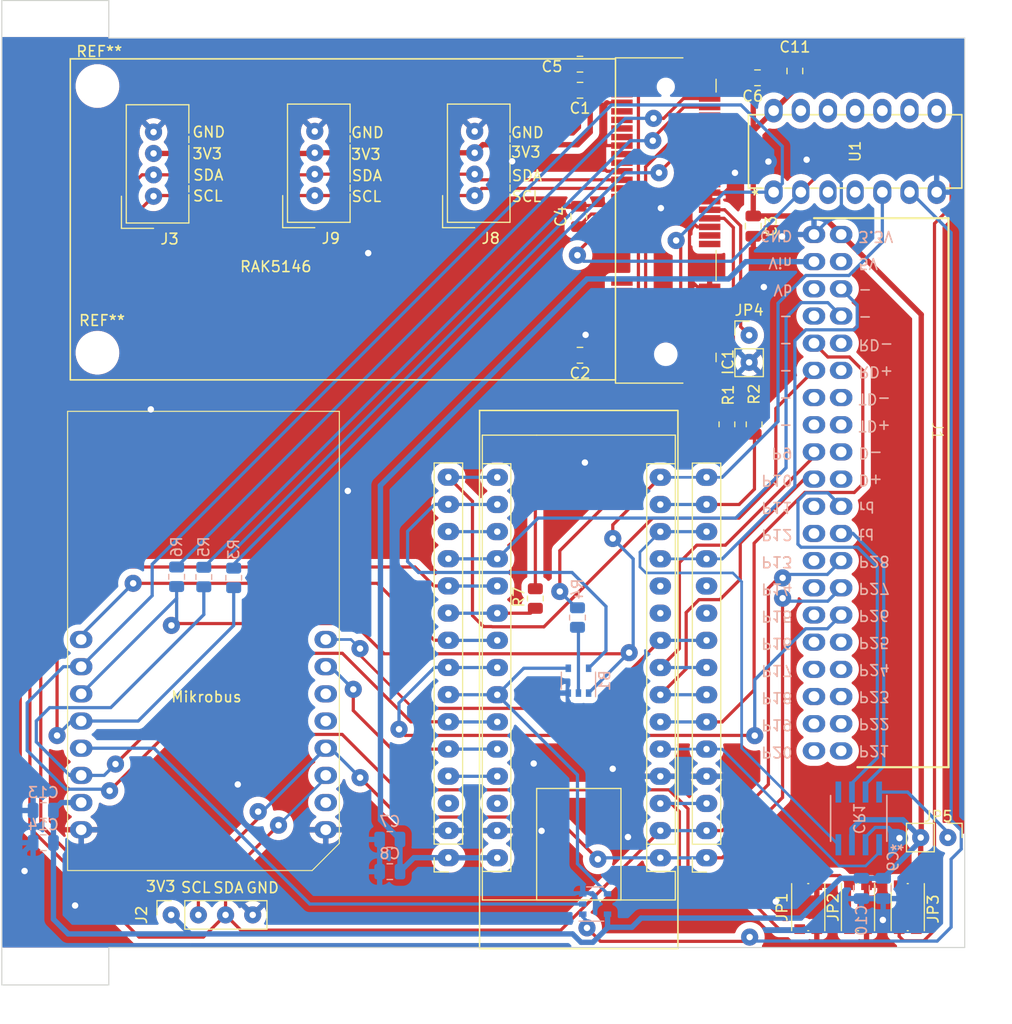
<source format=kicad_pcb>
(kicad_pcb (version 20221018) (generator pcbnew)
  (layers (0 "F.Cu" power) (31 "B.Cu" power) (34 "B.Paste" user) (35 "F.Paste" user) (36 "B.SilkS" user "B.Silkscreen") (37 "F.SilkS" user "F.Silkscreen") (38 "B.Mask" user) (39 "F.Mask" user) (44 "Edge.Cuts" user))
  (net 0 "")
  (net 1 "+3V3")
  (net 2 "GND")
  (net 3 "/Vin")
  (net 12 "Net-(IC1-REFCLK+)")
  (net 19 "/HOST_SCK")
  (net 21 "/HOST_MISO")
  (net 25 "/PWM_ROUE{slash}MAG-X")
  (net 27 "/SENS_ROUE{slash}MAG-X")
  (net 28 "/PWM_MAG-Y")
  (net 30 "/SENS_MAG-Y")
  (net 36 "/RX_CALC")
  (net 38 "/TX_CALC")
  (net 41 "/CAN_RD")
  (net 43 "/CAN_TD")
  (net 45 "/SDA")
  (net 47 "/SCL")
  (net 49 "/RESET_SIGNAL")
  (net 60 "/MCU_NRESET")
  (net 61 "/L432KC_RESET")
  (net 62 "/CAN1_TX")
  (net 63 "/CS_MCU")
  (net 66 "/CAN1_RX")
  (net 68 "Net-(B2-OE)")
  (net 69 "Net-(IC1-PERn0)")
  (net 70 "Net-(CR1-ASC)")
  (net 71 "Net-(J6-Pin_4)")
  (net 72 "/MKB_MISO")
  (net 73 "/GPIO(6)")
  (net 74 "/AREF")
  (net 78 "/STANDBY_GPS")
  (net 79 "/TH1")
  (net 82 "/SX1303_RESET")
  (net 83 "Net-(IC1-RESERVED1)")
  (net 86 "Net-(IC1-RESERVED2)")
  (net 87 "Net-(IC1-RESERVED3)")
  (net 88 "Net-(IC1-RESERVED4)")
  (net 89 "/AN")
  (net 90 "/MCU_MOSI")
  (net 92 "/MISO")
  (net 93 "/PWM_MKR")
  (net 94 "/INT_MKR")
  (net 100 "/3.3V")
  (footprint "Button_Switch_SMD:SW_Push_1P1T_NO_CK_KMR2" (layer "F.Cu") (at 148.425 127.78 90)
    (fp_text reference "JP3")
    (fp_text value "Jumper_SX1303_Reset_Open")
  )
  (footprint "Button_Switch_SMD:SW_Push_1P1T_NO_CK_KMR2" (layer "F.Cu") (at 143.775 127.78 90)
    (fp_text reference "JP2")
    (fp_text value "Jumper_MCU_Reset_Open")
  )
  (footprint "Connector_PCBEdge:BUS_PCI_Express_Mini" (layer "F.Cu") (at 125.81 63.605 90)
    (fp_text reference "IC1")
    (fp_text value "PCI_EXPRESS_CARD")
  )
  (footprint "Connector_PinHeader_2.54mm:PinHeader_1x02_P2.54mm_Vertical" (layer "F.Cu") (at 152.175 121.275 -90)
    (fp_text reference "JP5")
    (fp_text value "speed_controller")
  )
  (footprint "MountingHole:MountingHole_3.5mm" (layer "F.Cu") (at 72.865 52.31)
    (fp_text reference "REF**")
    (fp_text value "MountingHole_3.5mm")
  )
  (footprint "Connector:NS-Tech_Grove_1x04_P2mm_Vertical" (layer "F.Cu") (at 77.9315 61.34 180)
    (fp_text reference "J3")
    (fp_text value "I2C_Grove")
  )
  (footprint "Capacitor_SMD:C_0805_2012Metric" (layer "F.Cu") (at 117.795 51.435 180)
    (fp_text reference "C1")
    (fp_text value "10u")
  )
  (footprint "Conn_mikro:MIkrobus_Connector" (layer "F.Cu") (at 94.027 111.655)
    (fp_text reference "J5" hide)
    (fp_text value "Conn_01x08")
  )
  (footprint "Connector_PinSocket_2.54mm:PinSocket_1x15_P2.54mm_Vertical" (layer "F.Cu") (at 105.489999 123.156052 180)
    (fp_text reference "J6" hide)
    (fp_text value "Conn_01x15")
  )
  (footprint "Connector_PinSocket_2.54mm:PinSocket_1x15_P2.54mm_Vertical" (layer "F.Cu") (at 129.62 123.168 180)
    (fp_text reference "J7" hide)
    (fp_text value "Conn_01x15")
  )
  (footprint "Capacitor_SMD:C_0805_2012Metric" (layer "F.Cu") (at 137.875 49.635 90)
    (fp_text reference "C11")
    (fp_text value "100n")
  )
  (footprint "Resistor_SMD:R_0805_2012Metric" (layer "F.Cu") (at 113.618 98.9345 -90)
    (fp_text reference "R7")
    (fp_text value "0")
  )
  (footprint "Connector_PinHeader_2.54mm:PinHeader_1x02_P2.54mm_Vertical" (layer "F.Cu") (at 133.6 74.325)
    (fp_text reference "JP4")
    (fp_text value "Jumper_STANDBY_GPS_Open")
  )
  (footprint "Resistor_SMD:R_0805_2012Metric" (layer "F.Cu") (at 131.525 82.655 90)
    (fp_text reference "R1")
    (fp_text value "0")
  )
  (footprint "Capacitor_SMD:C_0805_2012Metric" (layer "F.Cu") (at 133.985 64.135 -90)
    (fp_text reference "C3")
    (fp_text value "100n")
  )
  (footprint "Connector:NS-Tech_Grove_1x04_P2mm_Vertical" (layer "F.Cu") (at 107.95 61.277 180)
    (fp_text reference "J8")
    (fp_text value "I2C_Grove")
  )
  (footprint "Capacitor_SMD:C_0805_2012Metric" (layer "F.Cu") (at 117.675 63.225 90)
    (fp_text reference "C4")
    (fp_text value "100n")
  )
  (footprint "MountingHole:MountingHole_3.5mm" (layer "F.Cu") (at 73.119 77.456)
    (fp_text reference "REF**")
    (fp_text value "MountingHole_3.5mm")
  )
  (footprint "Capacitor_SMD:C_0805_2012Metric" (layer "F.Cu") (at 117.79 76.2 180)
    (fp_text reference "C2")
    (fp_text value "100n")
  )
  (footprint "Capacitor_SMD:C_0805_2012Metric" (layer "F.Cu") (at 134.38 50.27)
    (fp_text reference "C6")
    (fp_text value "100n")
  )
  (footprint "ul_SN74HC04N:N14" (layer "F.Cu") (at 135.89 60.96 90)
    (fp_text reference "U1")
    (fp_text value "7404")
  )
  (footprint "Module:Arduino_Nano" (layer "F.Cu") (at 125.3 123.168 180)
    (fp_text reference "L432KC1" hide)
    (fp_text value "MCU")
  )
  (footprint "Connector:NS-Tech_Grove_1x04_P2mm_Vertical" (layer "F.Cu") (at 93.0025 61.277 180)
    (fp_text reference "J9")
    (fp_text value "I2C_Grove")
  )
  (footprint "Resistor_SMD:R_0805_2012Metric" (layer "F.Cu") (at 134.065 82.655 90)
    (fp_text reference "R2")
    (fp_text value "0")
  )
  (footprint "Conn_mikro:MIkrobus_Connector" (layer "F.Cu") (at 71.167 111.655)
    (fp_text reference "J4" hide)
    (fp_text value "Conn_01x08")
  )
  (footprint "Button_Switch_SMD:SW_Push_1P1T_NO_CK_KMR2" (layer "F.Cu") (at 139.125 127.78 90)
    (fp_text reference "JP1")
    (fp_text value "Jumper_RESET_L432KC_Open")
  )
  (footprint "Connector_PinSocket_2.54mm:PinSocket_1x04_P2.54mm_Vertical" (layer "F.Cu") (at 79.582 128.502 90)
    (fp_text reference "J2")
    (fp_text value "I2C_Grove")
  )
  (footprint "Capacitor_SMD:C_0805_2012Metric" (layer "F.Cu") (at 117.79 49 180)
    (fp_text reference "C5")
    (fp_text value "100n")
  )
  (footprint "flatsat_conn:flatsat_conn" (layer "F.Cu") (at 152.48 89.05)
    (fp_text reference "J1")
    (fp_text value "Bus Standard")
  )
  (footprint "Package_SO:TSOP-5_1.65x3.05mm_P0.95mm" (layer "B.Cu") (at 119.206 127.486)
    (fp_text reference "B2" hide)
    (fp_text value "SN74AHC1G125DBVT")
  )
  (footprint "Capacitor_SMD:C_0805_2012Metric" (layer "B.Cu") (at 146.13 126.028 -90)
    (fp_text reference "C9")
    (fp_text value "10u")
  )
  (footprint "Resistor_SMD:R_0805_2012Metric" (layer "B.Cu") (at 117.555 100.7125 90)
    (fp_text reference "R4")
    (fp_text value "100")
  )
  (footprint "Resistor_SMD:R_0805_2012Metric" (layer "B.Cu") (at 80.09 96.9025 90)
    (fp_text reference "R6")
    (fp_text value "100")
  )
  (footprint "Package_SO:TSOP-5_1.65x3.05mm_P0.95mm" (layer "B.Cu") (at 117.646936 106.610418 90)
    (fp_text reference "B1")
    (fp_text value "SN74AHC1G125DBVT")
  )
  (footprint "Capacitor_SMD:C_0805_2012Metric" (layer "B.Cu") (at 144.098 126.028 -90)
    (fp_text reference "C10")
    (fp_text value "100n")
  )
  (footprint "Capacitor_SMD:C_0805_2012Metric" (layer "B.Cu") (at 100.015 124.46 180)
    (fp_text reference "C8")
    (fp_text value "100n")
  )
  (footprint "footprints:SO-8_STM" (layer "B.Cu") (at 143.844 119.485 90)
    (fp_text reference "CR1")
    (fp_text value "L9616")
  )
  (footprint "Capacitor_SMD:C_0805_2012Metric" (layer "B.Cu") (at 100.015 121.45 180)
    (fp_text reference "C7")
    (fp_text value "10u")
  )
  (footprint "Resistor_SMD:R_0805_2012Metric" (layer "B.Cu") (at 82.63 96.926 90)
    (fp_text reference "R5")
    (fp_text value "100")
  )
  (footprint "Capacitor_SMD:C_0805_2012Metric" (layer "B.Cu") (at 67.625 121.755 180)
    (fp_text reference "C14")
    (fp_text value "100n")
  )
  (footprint "Capacitor_SMD:C_0805_2012Metric" (layer "B.Cu") (at 67.625 118.745 180)
    (fp_text reference "C13")
    (fp_text value "10u")
  )
  (footprint "Resistor_SMD:R_0805_2012Metric" (layer "B.Cu") (at 85.424 97.006 90)
    (fp_text reference "R3")
    (fp_text value "100")
  )
  (gr_line (start 69.897 124.355) (end 92.757 124.355) (stroke (width 0.1)) (layer "F.SilkS"))
  (gr_line (start 69.897 124.342) (end 69.897 81.442) (stroke (width 0.1)) (layer "F.SilkS"))
  (gr_rect (start 108.404015 81.359626) (end 126.944015 131.649626) (stroke (width 0.15)) (fill none) (layer "F.SilkS"))
  (gr_line (start 69.897 81.442) (end 95.297 81.442) (stroke (width 0.1)) (layer "F.SilkS"))
  (gr_line (start 95.297 121.815) (end 92.757 124.355) (stroke (width 0.1)) (layer "F.SilkS"))
  (gr_rect (start 70.149248 48.501538) (end 121.109248 78.501538) (stroke (width 0.15)) (fill none) (layer "F.SilkS"))
  (gr_line (start 95.297 121.815) (end 95.297 81.442) (stroke (width 0.1)) (layer "F.SilkS"))
  (gr_line (start 73.75 43.05) (end 73.75 46.55) (stroke (width 0.1)) (layer "Edge.Cuts"))
  (gr_line (start 63.75 43.05) (end 73.75 43.05) (stroke (width 0.1)) (layer "Edge.Cuts"))
  (gr_line (start 73.75 131.55) (end 153.75 131.55) (stroke (width 0.1)) (layer "Edge.Cuts"))
  (gr_line (start 73.75 46.55) (end 153.75 46.55) (stroke (width 0.1)) (layer "Edge.Cuts"))
  (gr_line (start 63.75 135.05) (end 73.75 135.05) (stroke (width 0.1)) (layer "Edge.Cuts"))
  (gr_line (start 153.75 131.55) (end 153.75 46.55) (stroke (width 0.1)) (layer "Edge.Cuts"))
  (gr_line (start 63.75 135.05) (end 63.75 43.05) (stroke (width 0.1)) (layer "Edge.Cuts"))
  (gr_line (start 73.75 131.55) (end 73.75 135.05) (stroke (width 0.1)) (layer "Edge.Cuts"))
  (gr_text "RAK5146\n" (at 89.361 67.923) (layer "F.SilkS") (effects (font (size 1 1))))
  (gr_text "Mikrobus\n" (at 82.875 108.125) (layer "F.SilkS") (effects (font (size 1 1))))
  (gr_text "GND" (at 111.25 55.977) (layer "F.SilkS") (effects (font (size 1 1)) (justify left bottom)))
  (gr_text "SCL\n" (at 80.4 126.525) (layer "F.SilkS") (effects (font (size 1 1)) (justify left bottom)))
  (gr_text "SDA\n" (at 83.425 126.55) (layer "F.SilkS") (effects (font (size 1 1)) (justify left bottom)))
  (gr_text "GND" (at 96.3025 55.977) (layer "F.SilkS") (effects (font (size 1 1)) (justify left bottom)))
  (gr_text "SCL\n" (at 96.3525 61.952) (layer "F.SilkS") (effects (font (size 1 1)) (justify left bottom)))
  (gr_text "GND\n" (at 86.5 126.55) (layer "F.SilkS") (effects (font (size 1 1)) (justify left bottom)))
  (gr_text "SCL\n" (at 111.3 61.952) (layer "F.SilkS") (effects (font (size 1 1)) (justify left bottom)))
  (gr_text "SDA" (at 96.3775 60.002) (layer "F.SilkS") (effects (font (size 1 1)) (justify left bottom)))
  (gr_text "SDA" (at 81.55 59.95) (layer "F.SilkS") (effects (font (size 1 1)) (justify left bottom)))
  (gr_text "3V3" (at 81.475 57.95) (layer "F.SilkS") (effects (font (size 1 1)) (justify left bottom)))
  (gr_text "GND" (at 81.475 55.925) (layer "F.SilkS") (effects (font (size 1 1)) (justify left bottom)))
  (gr_text "3V3" (at 111.25 57.8) (layer "F.SilkS") (effects (font (size 1 1)) (justify left bottom)))
  (gr_text "SDA" (at 111.325 60.002) (layer "F.SilkS") (effects (font (size 1 1)) (justify left bottom)))
  (gr_text "3V3" (at 96.3025 58.002) (layer "F.SilkS") (effects (font (size 1 1)) (justify left bottom)))
  (gr_text "3V3\n" (at 77.125 126.425) (layer "F.SilkS") (effects (font (size 1 1)) (justify left bottom)))
  (gr_text "SCL\n" (at 81.525 61.9) (layer "F.SilkS") (effects (font (size 1 1)) (justify left bottom)))
  (segment (start 133.84 57.005) (end 133.985 57.15) (width 0.3) (layer "F.Cu") (net 1))
  (segment (start 149.635 125.32) (end 149.225 125.73) (width 0.5) (layer "F.Cu") (net 1))
  (segment (start 118.74 51.43) (end 118.745 51.435) (width 0.5) (layer "F.Cu") (net 1))
  (segment (start 118.745 55.35) (end 118.745 51.435) (width 0.5) (layer "F.Cu") (net 1))
  (segment (start 118.74 49) (end 118.74 51.43) (width 0.5) (layer "F.Cu") (net 1))
  (segment (start 119.065 51.755) (end 121.71 51.755) (width 0.5) (layer "F.Cu") (net 1))
  (segment (start 133.985 55.245) (end 133.985 50.825) (width 0.5) (layer "F.Cu") (net 1))
  (segment (start 118.745 51.435) (end 119.065 51.755) (width 0.5) (layer "F.Cu") (net 1))
  (segment (start 133.985 55.88) (end 133.985 55.245) (width 0.5) (layer "F.Cu") (net 1))
  (segment (start 123.25 51.945) (end 123.25 63.605) (width 0.3) (layer "F.Cu") (net 1))
  (segment (start 149.225 125.73) (end 149.225 129.83) (width 0.5) (layer "F.Cu") (net 1))
  (segment (start 129.91 56.205) (end 133.66 56.205) (width 0.3) (layer "F.Cu") (net 1))
  (segment (start 140.475067 63.185) (end 133.985 63.185) (width 0.5) (layer "F.Cu") (net 1))
  (segment (start 123.11 63.005) (end 123.25 63.145) (width 0.3) (layer "F.Cu") (net 1))
  (segment (start 149.686 121.224) (end 149.635 121.275) (width 0.5) (layer "F.Cu") (net 1))
  (segment (start 142.202718 64.912651) (end 149.686 72.395933) (width 0.5) (layer "F.Cu") (net 1))
  (segment (start 133.66 56.205) (end 133.985 55.88) (width 0.3) (layer "F.Cu") (net 1))
  (segment (start 119.885 75.055) (end 121.71 75.055) (width 0.3) (layer "F.Cu") (net 1))
  (segment (start 118.74 76.2) (end 119.885 75.055) (width 0.3) (layer "F.Cu") (net 1))
  (segment (start 93.0025 57.277) (end 107.95 57.277) (width 0.5) (layer "F.Cu") (net 1))
  (segment (start 121.71 51.805) (end 123.11 51.805) (width 0.3) (layer "F.Cu") (net 1))
  (segment (start 142.202718 64.912651) (end 140.475067 63.185) (width 0.5) (layer "F.Cu") (net 1))
  (segment (start 118.74 49) (end 125.784619 49) (width 0.5) (layer "F.Cu") (net 1))
  (segment (start 125.784619 49) (end 127.781289 50.99667) (width 0.5) (layer "F.Cu") (net 1))
  (segment (start 77.9315 57.34) (end 92.9395 57.34) (width 0.5) (layer "F.Cu") (net 1))
  (segment (start 137.875 51.355) (end 135.89 53.34) (width 0.5) (layer "F.Cu") (net 1))
  (segment (start 121.71 63.005) (end 123.11 63.005) (width 0.3) (layer "F.Cu") (net 1))
  (segment (start 118.845 63.005) (end 117.675 64.175) (width 0.3) (layer "F.Cu") (net 1))
  (segment (start 149.635 121.275) (end 149.635 125.32) (width 0.5) (layer "F.Cu") (net 1))
  (segment (start 129.91 57.005) (end 133.84 57.005) (width 0.3) (layer "F.Cu") (net 1))
  (segment (start 137.875 50.585) (end 137.875 51.355) (width 0.5) (layer "F.Cu") (net 1))
  (segment (start 117.57 56.525) (end 118.745 55.35) (width 0.5) (layer "F.Cu") (net 1))
  (segment (start 121.68 75.035) (end 121.71 75.005) (width 0.5) (layer "F.Cu") (net 1))
  (segment (start 149.686 72.395933) (end 149.686 121.224) (width 0.5) (layer "F.Cu") (net 1))
  (segment (start 123.25 63.605) (end 123.25 74.865) (width 0.3) (layer "F.Cu") (net 1))
  (segment (start 133.985 63.185) (end 133.985 57.15) (width 0.5) (layer "F.Cu") (net 1))
  (segment (start 107.95 57.277) (end 108.702 56.525) (width 0.5) (layer "F.Cu") (net 1))
  (segment (start 121.71 63.005) (end 118.845 63.005) (width 0.3) (layer "F.Cu") (net 1))
  (segment (start 123.25 63.145) (end 123.25 63.605) (width 0.3) (layer "F.Cu") (net 1))
  (segment (start 133.985 55.245) (end 135.89 53.34) (width 0.5) (layer "F.Cu") (net 1))
  (segment (start 123.11 75.005) (end 121.71 75.005) (width 0.3) (layer "F.Cu") (net 1))
  (segment (start 127.781289 50.99667) (end 132.70333 50.99667) (width 0.5) (layer "F.Cu") (net 1))
  (segment (start 108.702 56.525) (end 117.57 56.525) (width 0.5) (layer "F.Cu") (net 1))
  (segment (start 123.11 51.805) (end 123.25 51.945) (width 0.3) (layer "F.Cu") (net 1))
  (segment (start 133.985 50.825) (end 133.43 50.27) (width 0.5) (layer "F.Cu") (net 1))
  (segment (start 133.985 57.15) (end 133.985 55.88) (width 0.5) (layer "F.Cu") (net 1))
  (segment (start 132.70333 50.99667) (end 133.43 50.27) (width 0.5) (layer "F.Cu") (net 1))
  (segment (start 123.25 74.865) (end 123.11 75.005) (width 0.3) (layer "F.Cu") (net 1))
  (segment (start 92.9395 57.34) (end 93.0025 57.277) (width 0.5) (layer "F.Cu") (net 1))
  (segment (start 143.209 121.9488) (end 143.209 120.463801) (width 0.5) (layer "B.Cu") (net 1))
  (segment (start 81.36 130.28) (end 69.955 130.28) (width 0.5) (layer "B.Cu") (net 1))
  (segment (start 69.315 118.005) (end 68.575 118.745) (width 0.5) (layer "B.Cu") (net 1))
  (segment (start 144.098 125.078) (end 142.147 125.078) (width 0.5) (layer "B.Cu") (net 1))
  (segment (start 117.100311 130.28) (end 81.36 130.28) (width 0.5) (layer "B.Cu") (net 1))
  (segment (start 119.003189 131.0645) (end 120.258845 129.808845) (width 0.5) (layer "B.Cu") (net 1))
  (segment (start 120.366 129.701689) (end 120.366 129.645) (width 0.5) (layer "B.Cu") (net 1))
  (segment (start 138.425 128.8) (end 123.502 128.8) (width 0.5) (layer "B.Cu") (net 1))
  (segment (start 120.258845 129.808845) (end 120.41169 129.656) (width 0.5) (layer "B.Cu") (net 1))
  (segment (start 71.167 118.005) (end 69.315 118.005) (width 0.5) (layer "B.Cu") (net 1))
  (segment (start 69.955 130.28) (end 68.575 128.9) (width 0.5) (layer "B.Cu") (net 1))
  (segment (start 146.13 125.078) (end 144.098 125.078) (width 0.5) (layer "B.Cu") (net 1))
  (segment (start 120.258845 129.808845) (end 120.366 129.701689) (width 0.5) (layer "B.Cu") (net 1))
  (segment (start 119.003189 131.0645) (end 117.884811 131.0645) (width 0.5) (layer "B.Cu") (net 1))
  (segment (start 120.41169 129.656) (end 122.646 129.656) (width 0.5) (layer "B.Cu") (net 1))
  (segment (start 149.635 121.275) (end 149.635 121.573) (width 0.5) (layer "B.Cu") (net 1))
  (segment (start 147.972 119.612) (end 149.635 121.275) (width 0.5) (layer "B.Cu") (net 1))
  (segment (start 143.209 120.463801) (end 144.060801 119.612) (width 0.5) (layer "B.Cu") (net 1))
  (segment (start 117.884811 131.0645) (end 117.100311 130.28) (width 0.5) (layer "B.Cu") (net 1))
  (segment (start 68.575 118.745) (end 68.575 121.755) (width 0.5) (layer "B.Cu") (net 1))
  (segment (start 149.635 121.573) (end 146.13 125.078) (width 0.5) (layer "B.Cu") (net 1))
  (segment (start 68.575 128.9) (end 68.575 121.755) (width 0.5) (layer "B.Cu") (net 1))
  (segment (start 81.36 130.28) (end 79.582 128.502) (width 0.5) (layer "B.Cu") (net 1))
  (segment (start 123.502 128.8) (end 122.646 129.656) (width 0.5) (layer "B.Cu") (net 1))
  (segment (start 144.060801 119.612) (end 147.972 119.612) (width 0.5) (layer "B.Cu") (net 1))
  (segment (start 120.366 128.436) (end 120.366 129.645) (width 0.5) (layer "B.Cu") (net 1))
  (segment (start 142.147 125.078) (end 138.425 128.8) (width 0.5) (layer "B.Cu") (net 1))
  (segment (start 120.095 52.82) (end 120.095 56.39) (width 0.5) (layer "F.Cu") (net 2))
  (segment (start 118.315 74.292117) (end 118.402117 74.205) (width 0.3) (layer "F.Cu") (net 2))
  (segment (start 129.91 61.805) (end 129.91 61.005) (width 0.3) (layer "F.Cu") (net 2))
  (segment (start 117.745 62.205) (end 121.71 62.205) (width 0.3) (layer "F.Cu") (net 2))
  (segment (start 128.026 71.721) (end 128.51 72.205) (width 0.3) (layer "F.Cu") (net 2))
  (segment (start 118.315 74.725) (end 116.84 76.2) (width 0.3) (layer "F.Cu") (net 2))
  (segment (start 129.91 61.005) (end 128.51 61.005) (width 0.3) (layer "F.Cu") (net 2))
  (segment (start 136.675 68.125) (end 134.975 69.825) (width 0.5) (layer "F.Cu") (net 2))
  (segment (start 120.31 56.605) (end 121.71 56.605) (width 0.3) (layer "F.Cu") (net 2))
  (segment (start 128.479 55.405) (end 128.026 55.858) (width 0.3) (layer "F.Cu") (net 2))
  (segment (start 128.026 55.858) (end 128.026 57.382) (width 0.3) (layer "F.Cu") (net 2))
  (segment (start 128.026 61.446) (end 128.026 63.478) (width 0.3) (layer "F.Cu") (net 2))
  (segment (start 121.71 59.005) (end 120.31 59.005) (width 0.3) (layer "F.Cu") (net 2))
  (segment (start 128.449 57.805) (end 128.026 57.382) (width 0.3) (layer "F.Cu") (net 2))
  (segment (start 69.1 127.625) (end 65.875 124.4) (width 0.5) (layer "F.Cu") (net 2))
  (segment (start 139.925 128.375) (end 139.925 127.2) (width 0.3) (layer "F.Cu") (net 2))
  (segment (start 129.91 55.405) (end 128.479 55.405) (width 0.3) (layer "F.Cu") (net 2))
  (segment (start 128.026 60.43) (end 128.026 61.446) (width 0.3) (layer "F.Cu") (net 2))
  (segment (start 128.233 58.605) (end 128.026 58.398) (width 0.3) (layer "F.Cu") (net 2))
  (segment (start 139.925 127.2) (end 139.925 125.73) (width 0.3) (layer "F.Cu") (net 2))
  (segment (start 120.31 59.005) (end 120.095 58.79) (width 0.3) (layer "F.Cu") (net 2))
  (segment (start 121.71 52.605) (end 120.31 52.605) (width 0.3) (layer "F.Cu") (net 2))
  (segment (start 128.026 63.478) (end 128.026 69.066) (width 0.3) (layer "F.Cu") (net 2))
  (segment (start 128.753 64.205) (end 128.026 63.478) (width 0.3) (layer "F.Cu") (net 2))
  (segment (start 118.315 74.292117) (end 118.315 74.725) (width 0.3) (layer "F.Cu") (net 2))
  (segment (start 136.095 127.25685) (end 138.80685 127.25685) (width 0.25) (layer "F.Cu") (net 2))
  (segment (start 137.875 48.685) (end 136.915 48.685) (width 0.3) (layer "F.Cu") (net 2))
  (segment (start 111.45 58.075) (end 118.41 58.075) (width 0.5) (layer "F.Cu") (net 2))
  (segment (start 128.51 72.205) (end 129.91 72.205) (width 0.3) (layer "F.Cu") (net 2))
  (segment (start 135.4 58.1) (end 138.8 58.1) (width 0.3) (layer "F.Cu") (net 2))
  (segment (start 136.915 48.685) (end 135.33 50.27) (width 0.3) (layer "F.Cu") (net 2))
  (segment (start 136.675 65.1) (end 136.675 68.125) (width 0.5) (layer "F.Cu") (net 2))
  (segment (start 128.385 61.805) (end 128.026 61.446) (width 0.3) (layer "F.Cu") (net 2))
  (segment (start 129.91 69.805) (end 128.765 69.805) (width 0.3) (layer "F.Cu") (net 2))
  (segment (start 128.026 60.521) (end 128.026 60.43) (width 0.3) (layer "F.Cu") (net 2))
  (segment (start 129.91 64.205) (end 128.753 64.205) (width 0.3) (layer "F.Cu") (net 2))
  (segment (start 70.6 127.625) (end 69.1 127.625) (width 0.5) (layer "F.Cu") (net 2))
  (segment (start 118.402117 74.205) (end 121.71 74.205) (width 0.3) (layer "F.Cu") (net 2))
  (segment (start 132.275 59.15) (end 132.275 60.14) (width 0.5) (layer "F.Cu") (net 2))
  (segment (start 117.675 62.275) (end 117.745 62.205) (width 0.3) (layer "F.Cu") (net 2))
  (segment (start 128.51 61.005) (end 128.026 60.521) (width 0.3) (layer "F.Cu") (net 2))
  (segment (start 120.095 56.39) (end 120.31 56.605) (width 0.3) (layer "F.Cu") (net 2))
  (segment (start 129.91 61.805) (end 128.385 61.805) (width 0.3) (layer "F.Cu") (net 2))
  (segment (start 118.41 58.075) (end 120.095 56.39) (width 0.5) (layer "F.Cu") (net 2))
  (segment (start 128.026 57.382) (end 128.026 58.398) (width 0.3) (layer "F.Cu") (net 2))
  (segment (start 132.275 60.14) (end 131.41 61.005) (width 0.5) (layer "F.Cu") (net 2))
  (segment (start 138.80685 127.25685) (end 139.925 128.375) (width 0.25) (layer "F.Cu") (net 2))
  (segment (start 120.095 58.79) (end 120.095 56.39) (width 0.3) (layer "F.Cu") (net 2))
  (segment (start 138.8 58.1) (end 138.975 57.925) (width 0.3) (layer "F.Cu") (net 2))
  (segment (start 128.026 58.398) (end 128.026 60.43) (width 0.3) (layer "F.Cu") (net 2))
  (segment (start 129.91 58.605) (end 128.233 58.605) (width 0.3) (layer "F.Cu") (net 2))
  (segment (start 128.026 69.066) (end 128.026 71.721) (width 0.3) (layer "F.Cu") (net 2))
  (segment (start 128.765 69.805) (end 128.026 69.066) (width 0.3) (layer "F.Cu") (net 2))
  (segment (start 131.41 61.005) (end 129.91 61.005) (width 0.3) (layer "F.Cu") (net 2))
  (segment (start 129.91 57.805) (end 128.449 57.805) (width 0.3) (layer "F.Cu") (net 2))
  (segment (start 139.925 129.83) (end 139.925 128.375) (width 0.3) (layer "F.Cu") (net 2))
  (segment (start 120.31 52.605) (end 120.095 52.82) (width 0.5) (layer "F.Cu") (net 2))
  (via (at 111.45 58.075) (size 1.6) (drill 0.6) (layers "F.Cu" "B.Cu") (net 2))
  (via (at 70.6 127.625) (size 1.6) (drill 0.6) (layers "F.Cu" "B.Cu") (net 2))
  (via (at 125.35 62.45) (size 1.6) (drill 0.6) (layers "F.Cu" "B.Cu") (net 2))
  (via (at 118.249041 86.226905) (size 1.6) (drill 0.6) (layers "F.Cu" "B.Cu") (net 2))
  (via (at 122.275 121.225) (size 1.6) (drill 0.6) (layers "F.Cu" "B.Cu") (net 2))
  (via (at 132.275 59.15) (size 1.6) (drill 0.6) (layers "F.Cu" "B.Cu") (net 2))
  (via (at 118.315 74.292117) (size 1.6) (drill 0.6) (layers "F.Cu" "B.Cu") (net 2))
  (via (at 146.1 128.975) (size 1.6) (drill 0.6) (layers "F.Cu" "B.Cu") (net 2))
  (via (at 136.095 127.25685) (size 1.6) (drill 0.6) (layers "F.Cu" "B.Cu") (net 2))
  (via (at 85.805 116.31) (size 1.6) (drill 0.6) (layers "F.Cu" "B.Cu") (net 2))
  (via (at 77.675 81.258) (size 1.6) (drill 0.6) (layers "F.Cu" "B.Cu") (net 2))
  (via (at 120.85 114.85) (size 1.6) (drill 0.6) (layers "F.Cu" "B.Cu") (net 2))
  (via (at 65.875 124.4) (size 1.6) (drill 0.6) (layers "F.Cu" "B.Cu") (net 2))
  (via (at 138.975 57.925) (size 1.6) (drill 0.6) (layers "F.Cu" "B.Cu") (net 2))
  (via (at 113.463513 114.355592) (size 1.6) (drill 0.6) (layers "F.Cu" "B.Cu") (net 2))
  (via (at 97.995 66.653) (size 1.6) (drill 0.6) (layers "F.Cu" "B.Cu") (net 2))
  (via (at 114.2 120.65) (size 1.6) (drill 0.6) (layers "F.Cu" "B.Cu") (net 2))
  (via (at 135.4 58.1) (size 1.6) (drill 0.6) (layers "F.Cu" "B.Cu") (net 2))
  (via (at 134.975 69.825) (size 1.6) (drill 0.6) (layers "F.Cu" "B.Cu") (net 2))
  (via (at 96.09 88.878) (size 1.6) (drill 0.6) (layers "F.Cu" "B.Cu") (net 2))
  (via (at 136.675 65.1) (size 1.6) (drill 0.6) (layers "F.Cu" "B.Cu") (net 2))
  (via (at 147.65 121.325) (size 1.6) (drill 0.6) (layers "F.Cu" "B.Cu") (net 2))
  (segment (start 144.479 121.230101) (end 145.384101 120.325) (width 0.3) (layer "B.Cu") (net 2))
  (segment (start 138.975 57.925) (end 140.002767 57.925) (width 0.3) (layer "B.Cu") (net 2))
  (segment (start 142.22 62.355369) (end 139.662718 64.912651) (width 0.3) (layer "B.Cu") (net 2))
  (segment (start 142.22 60.142233) (end 142.22 62.355369) (width 0.3) (layer "B.Cu") (net 2))
  (segment (start 140.002767 57.925) (end 142.22 60.142233) (width 0.3) (layer "B.Cu") (net 2))
  (segment (start 144.098 126.978) (end 146.13 126.978) (width 0.3) (layer "B.Cu") (net 2))
  (segment (start 65.875 124.4) (end 65.875 122.555) (width 0.5) (layer "B.Cu") (net 2))
  (segment (start 145.384101 120.325) (end 146.65 120.325) (width 0.3) (layer "B.Cu") (net 2))
  (segment (start 71.167 120.545) (end 71.167 127.058) (width 0.5) (layer "B.Cu") (net 2))
  (segment (start 129.62 115.548) (end 125.3 115.548) (width 0.3) (layer "B.Cu") (net 2))
  (segment (start 144.479 121.9488) (end 144.479 121.230101) (width 0.3) (layer "B.Cu") (net 2))
  (segment (start 133.325 58.1) (end 132.275 59.15) (width 0.3) (layer "B.Cu") (net 2))
  (segment (start 146.65 120.325) (end 147.65 121.325) (width 0.3) (layer "B.Cu") (net 2))
  (segment (start 71.167 127.058) (end 70.6 127.625) (width 0.5) (layer "B.Cu") (net 2))
  (segment (start 65.875 122.555) (end 66.675 121.755) (width 0.5) (layer "B.Cu") (net 2))
  (segment (start 135.4 58.1) (end 133.325 58.1) (width 0.3) (layer "B.Cu") (net 2))
  (segment (start 100.965 124.46) (end 102.268948 123.156052) (width 0.5) (layer "B.Cu") (net 3))
  (segment (start 100.965 121.45) (end 100.965 124.46) (width 0.5) (layer "B.Cu") (net 3))
  (segment (start 133.289034 67.452651) (end 131.675685 69.066) (width 0.5) (layer "B.Cu") (net 3))
  (segment (start 99.14 119.625) (end 100.965 121.45) (width 0.5) (layer "B.Cu") (net 3))
  (segment (start 139.662718 67.452651) (end 133.289034 67.452651) (width 0.5) (layer "B.Cu") (net 3))
  (segment (start 105.489999 123.156052) (end 105.501947 123.168) (width 0.5) (layer "B.Cu") (net 3))
  (segment (start 105.501947 123.168) (end 110.06 123.168) (width 0.5) (layer "B.Cu") (net 3))
  (segment (start 99.14 88.37) (end 99.14 119.625) (width 0.5) (layer "B.Cu") (net 3))
  (segment (start 102.268948 123.156052) (end 105.489999 123.156052) (width 0.5) (layer "B.Cu") (net 3))
  (segment (start 131.675685 69.066) (end 118.444 69.066) (width 0.5) (layer "B.Cu") (net 3))
  (segment (start 118.444 69.066) (end 99.14 88.37) (width 0.5) (layer "B.Cu") (net 3))
  (segment (start 131.525 70.82) (end 131.525 81.7425) (width 0.3) (layer "F.Cu") (net 12))
  (segment (start 129.91 70.605) (end 131.31 70.605) (width 0.3) (layer "F.Cu") (net 12))
  (segment (start 131.31 70.605) (end 131.525 70.82) (width 0.3) (layer "F.Cu") (net 12))
  (segment (start 105.489999 97.756052) (end 104.131052 97.756052) (width 0.3) (layer "F.Cu") (net 19))
  (segment (start 75.01 95.99) (end 68.914 102.086) (width 0.3) (layer "F.Cu") (net 19))
  (segment (start 68.914 102.086) (end 68.914 111.738) (width 0.3) (layer "F.Cu") (net 19))
  (segment (start 104.131052 97.756052) (end 102.365 95.99) (width 0.3) (layer "F.Cu") (net 19))
  (segment (start 102.365 95.99) (end 75.01 95.99) (width 0.3) (layer "F.Cu") (net 19))
  (via (at 68.914 111.738) (size 1.6) (drill 0.6) (layers "F.Cu" "B.Cu") (net 19))
  (segment (start 85.424 101.451) (end 76.49 110.385) (width 0.3) (layer "B.Cu") (net 19))
  (segment (start 76.49 110.385) (end 71.167 110.385) (width 0.3) (layer "B.Cu") (net 19))
  (segment (start 85.424 97.9185) (end 85.424 101.451) (width 0.3) (layer "B.Cu") (net 19))
  (segment (start 105.489999 97.756052) (end 105.501947 97.768) (width 0.3) (layer "B.Cu") (net 19))
  (segment (start 70.267 110.385) (end 68.914 111.738) (width 0.3) (layer "B.Cu") (net 19))
  (segment (start 71.167 110.385) (end 70.267 110.385) (width 0.3) (layer "B.Cu") (net 19))
  (segment (start 105.501947 97.768) (end 110.06 97.768) (width 0.3) (layer "B.Cu") (net 19))
  (segment (start 117.555 101.625) (end 117.646936 101.716936) (width 0.3) (layer "B.Cu") (net 21))
  (segment (start 117.646936 101.716936) (end 117.646936 107.770418) (width 0.3) (layer "B.Cu") (net 21))
  (segment (start 129.62 95.228) (end 125.3 95.228) (width 0.25) (layer "B.Cu") (net 25))
  (segment (start 143.702718 71.492651) (end 143.702718 73.522282) (width 0.3) (layer "B.Cu") (net 25))
  (segment (start 137.875 88.436936) (end 131.083936 95.228) (width 0.3) (layer "B.Cu") (net 25))
  (segment (start 137.875 74.842602) (end 137.875 88.436936) (width 0.3) (layer "B.Cu") (net 25))
  (segment (start 138.894951 73.822651) (end 137.875 74.842602) (width 0.3) (layer "B.Cu") (net 25))
  (segment (start 143.402349 73.822651) (end 138.894951 73.822651) (width 0.3) (layer "B.Cu") (net 25))
  (segment (start 142.202718 69.992651) (end 143.702718 71.492651) (width 0.3) (layer "B.Cu") (net 25))
  (segment (start 143.702718 73.522282) (end 143.402349 73.822651) (width 0.3) (layer "B.Cu") (net 25))
  (segment (start 129.62 95.228) (end 131.083936 95.228) (width 0.25) (layer "B.Cu") (net 25))
  (segment (start 137.05 86.718852) (end 132.350852 91.418) (width 0.3) (layer "B.Cu") (net 27))
  (segment (start 142.202718 72.532651) (end 140.952718 71.282651) (width 0.3) (layer "B.Cu") (net 27))
  (segment (start 137.05 72.685) (end 137.05 86.718852) (width 0.3) (layer "B.Cu") (net 27))
  (segment (start 113.87 91.418) (end 110.06 95.228) (width 0.3) (layer "B.Cu") (net 27))
  (segment (start 138.452349 71.282651) (end 137.05 72.685) (width 0.3) (layer "B.Cu") (net 27))
  (segment (start 140.952718 71.282651) (end 138.452349 71.282651) (width 0.3) (layer "B.Cu") (net 27))
  (segment (start 132.350852 91.418) (end 113.87 91.418) (width 0.3) (layer "B.Cu") (net 27))
  (segment (start 105.489999 95.216052) (end 105.501947 95.228) (width 0.3) (layer "B.Cu") (net 27))
  (segment (start 105.501947 95.228) (end 110.06 95.228) (width 0.3) (layer "B.Cu") (net 27))
  (segment (start 144.225 88.227718) (end 144.225 77.617166) (width 0.3) (layer "F.Cu") (net 28))
  (segment (start 140.952718 76.362651) (end 139.662718 75.072651) (width 0.3) (layer "F.Cu") (net 28))
  (segment (start 142.970485 76.362651) (end 140.952718 76.362651) (width 0.3) (layer "F.Cu") (net 28))
  (segment (start 134.065 93.7665) (end 138.808849 89.022651) (width 0.3) (layer "F.Cu") (net 28))
  (segment (start 138.808849 89.022651) (end 143.430067 89.022651) (width 0.3) (layer "F.Cu") (net 28))
  (segment (start 131.083936 110.468) (end 134.065 107.486936) (width 0.3) (layer "F.Cu") (net 28))
  (segment (start 134.065 107.486936) (end 134.065 93.7665) (width 0.3) (layer "F.Cu") (net 28))
  (segment (start 144.225 77.617166) (end 142.970485 76.362651) (width 0.3) (layer "F.Cu") (net 28))
  (segment (start 143.430067 89.022651) (end 144.225 88.227718) (width 0.3) (layer "F.Cu") (net 28))
  (segment (start 129.62 110.468) (end 131.083936 110.468) (width 0.3) (layer "F.Cu") (net 28))
  (segment (start 125.3 110.468) (end 129.62 110.468) (width 0.3) (layer "B.Cu") (net 28))
  (segment (start 136.095 87.982952) (end 132.659952 91.418) (width 0.3) (layer "F.Cu") (net 30))
  (segment (start 114.422 101.578) (end 109.597588 101.578) (width 0.3) (layer "F.Cu") (net 30))
  (segment (start 139.662718 77.612651) (end 136.095 81.180369) (width 0.3) (layer "F.Cu") (net 30))
  (segment (start 107.739465 100.527465) (end 107.739465 89.845518) (width 0.3) (layer "F.Cu") (net 30))
  (segment (start 136.095 81.180369) (end 136.095 87.982952) (width 0.3) (layer "F.Cu") (net 30))
  (segment (start 107.739465 89.845518) (end 105.489999 87.596052) (width 0.3) (layer "F.Cu") (net 30))
  (segment (start 108.77 101.558) (end 107.739465 100.527465) (width 0.3) (layer "F.Cu") (net 30))
  (segment (start 109.542233 101.558) (end 108.77 101.558) (width 0.3) (layer "F.Cu") (net 30))
  (segment (start 124.582 91.418) (end 114.422 101.578) (width 0.3) (layer "F.Cu") (net 30))
  (segment (start 132.659952 91.418) (end 124.582 91.418) (width 0.3) (layer "F.Cu") (net 30))
  (segment (start 105.501947 87.608) (end 110.06 87.608) (width 0.3) (layer "B.Cu") (net 30))
  (segment (start 105.489999 87.596052) (end 105.501947 87.608) (width 0.3) (layer "B.Cu") (net 30))
  (segment (start 131.38134 93.95) (end 139.662718 85.668622) (width 0.3) (layer "F.Cu") (net 36))
  (segment (start 127.08 95.577617) (end 128.707617 93.95) (width 0.3) (layer "F.Cu") (net 36))
  (segment (start 125.3 105.388) (end 127.08 103.608) (width 0.3) (layer "F.Cu") (net 36))
  (segment (start 128.707617 93.95) (end 131.38134 93.95) (width 0.3) (layer "F.Cu") (net 36))
  (segment (start 139.662718 85.668622) (end 139.662718 85.232651) (width 0.3) (layer "F.Cu") (net 36))
  (segment (start 127.08 103.608) (end 127.08 95.577617) (width 0.3) (layer "F.Cu") (net 36))
  (segment (start 125.3 105.388) (end 129.62 105.388) (width 0.3) (layer "B.Cu") (net 36))
  (segment (start 128.920408 99.039825) (end 127.715 100.245233) (width 0.3) (layer "F.Cu") (net 38))
  (segment (start 132.769773 97.13474) (end 130.864688 99.039825) (width 0.3) (layer "F.Cu") (net 38))
  (segment (start 139.662718 87.772651) (end 138.763058 87.772651) (width 0.3) (layer "F.Cu") (net 38))
  (segment (start 130.864688 99.039825) (end 128.920408 99.039825) (width 0.3) (layer "F.Cu") (net 38))
  (segment (start 127.715 105.513) (end 125.3 107.928) (width 0.3) (layer "F.Cu") (net 38))
  (segment (start 132.769773 93.765936) (end 132.769773 97.13474) (width 0.3) (layer "F.Cu") (net 38))
  (segment (start 127.715 100.245233) (end 127.715 105.513) (width 0.3) (layer "F.Cu") (net 38))
  (segment (start 138.763058 87.772651) (end 132.769773 93.765936) (width 0.3) (layer "F.Cu") (net 38))
  (segment (start 125.3 107.928) (end 129.62 107.928) (width 0.3) (layer "B.Cu") (net 38))
  (segment (start 145.58 113.818901) (end 145.58 95.99) (width 0.3) (layer "B.Cu") (net 41))
  (segment (start 138.162718 93.853891) (end 138.162718 89.794884) (width 0.3) (layer "B.Cu") (net 41))
  (segment (start 145.58 95.99) (end 143.732651 94.142651) (width 0.3) (layer "B.Cu") (net 41))
  (segment (start 143.209 116.189901) (end 145.58 113.818901) (width 0.3) (layer "B.Cu") (net 41))
  (segment (start 138.162718 89.794884) (end 138.894951 89.062651) (width 0.3) (layer "B.Cu") (net 41))
  (segment (start 138.451478 94.142651) (end 138.162718 93.853891) (width 0.3) (layer "B.Cu") (net 41))
  (segment (start 143.732651 94.142651) (end 138.451478 94.142651) (width 0.3) (layer "B.Cu") (net 41))
  (segment (start 138.894951 89.062651) (end 140.952718 89.062651) (width 0.3) (layer "B.Cu") (net 41))
  (segment (start 143.209 117.0212) (end 143.209 116.189901) (width 0.3) (layer "B.Cu") (net 41))
  (segment (start 140.952718 89.062651) (end 142.202718 90.312651) (width 0.3) (layer "B.Cu") (net 41))
  (segment (start 144.479 116.302501) (end 146.18 114.601501) (width 0.3) (layer "B.Cu") (net 43))
  (segment (start 144.479 117.0212) (end 144.479 116.302501) (width 0.3) (layer "B.Cu") (net 43))
  (segment (start 146.18 95.725879) (end 143.306772 92.852651) (width 0.3) (layer "B.Cu") (net 43))
  (segment (start 143.306772 92.852651) (end 142.202718 92.852651) (width 0.3) (layer "B.Cu") (net 43))
  (segment (start 146.18 114.601501) (end 146.18 95.725879) (width 0.3) (layer "B.Cu") (net 43))
  (segment (start 76.85387 59.34) (end 77.9315 59.34) (width 0.3) (layer "F.Cu") (net 45))
  (segment (start 84.662 128.502) (end 86.085 129.925) (width 0.3) (layer "F.Cu") (net 45))
  (segment (start 86.085 129.925) (end 116.003 129.925) (width 0.3) (layer "F.Cu") (net 45))
  (segment (start 131.083936 120.628) (end 129.62 120.628) (width 0.3) (layer "F.Cu") (net 45))
  (segment (start 116.003 129.925) (end 125.3 120.628) (width 0.3) (layer "F.Cu") (net 45))
  (segment (start 136.361233 97.006) (end 135.4 97.967233) (width 0.3) (layer "F.Cu") (net 45))
  (segment (start 135.4 116.311936) (end 131.083936 120.628) (width 0.3) (layer "F.Cu") (net 45))
  (segment (start 107.95 59.277) (end 93.0025 59.277) (width 0.3) (layer "F.Cu") (net 45))
  (segment (start 84.662 128.502) (end 82.589 130.575) (width 0.3) (layer "F.Cu") (net 45))
  (segment (start 82.589 130.575) (end 76.575 130.575) (width 0.3) (layer "F.Cu") (net 45))
  (segment (start 135.4 97.967233) (end 135.4 116.311936) (width 0.3) (layer "F.Cu") (net 45))
  (segment (start 77.9315 59.34) (end 92.9395 59.34) (width 0.3) (layer "F.Cu") (net 45))
  (segment (start 108.478 59.805) (end 107.95 59.277) (width 0.3) (layer "F.Cu") (net 45))
  (segment (start 66.374 120.374) (end 66.374 69.81987) (width 0.3) (layer "F.Cu") (net 45))
  (segment (start 92.9395 59.34) (end 93.0025 59.277) (width 0.3) (layer "F.Cu") (net 45))
  (segment (start 121.71 59.805) (end 108.478 59.805) (width 0.3) (layer "F.Cu") (net 45))
  (segment (start 84.662 125.835) (end 84.662 128.502) (width 0.3) (layer "F.Cu") (net 45))
  (segment (start 136.732 97.006) (end 136.361233 97.006) (width 0.3) (layer "F.Cu") (net 45))
  (segment (start 66.374 69.81987) (end 76.85387 59.34) (width 0.3) (layer "F.Cu") (net 45))
  (segment (start 89.615 120.12) (end 84.662 125.073) (width 0.3) (layer "F.Cu") (net 45))
  (segment (start 76.575 130.575) (end 66.374 120.374) (width 0.3) (layer "F.Cu") (net 45))
  (segment (start 84.662 125.073) (end 84.662 125.835) (width 0.3) (layer "F.Cu") (net 45))
  (via (at 89.615 120.12) (size 1.6) (drill 0.6) (layers "F.Cu" "B.Cu") (net 45))
  (via (at 136.732 97.006) (size 1.6) (drill 0.6) (layers "F.Cu" "B.Cu") (net 45))
  (segment (start 94.027 115.465) (end 94.027 115.708) (width 0.25) (layer "B.Cu") (net 45))
  (segment (start 140.912718 96.682651) (end 142.202718 95.392651) (width 0.3) (layer "B.Cu") (net 45))
  (segment (start 94.027 115.708) (end 89.615 120.12) (width 0.25) (layer "B.Cu") (net 45))
  (segment (start 137.055349 96.682651) (end 140.912718 96.682651) (width 0.3) (layer "B.Cu") (net 45))
  (segment (start 136.732 97.006) (end 137.055349 96.682651) (width 0.3) (layer "B.Cu") (net 45))
  (segment (start 125.3 120.628) (end 129.62 120.628) (width 0.3) (layer "B.Cu") (net 45))
  (segment (start 100.916219 119.356219) (end 115.521219 119.356219) (width 0.3) (layer "F.Cu") (net 47))
  (segment (start 67.39 120.12) (end 67.39 71.8815) (width 0.3) (layer "F.Cu") (net 47))
  (segment (start 87.71 118.85) (end 87.71 119.485) (width 0.3) (layer "F.Cu") (net 47))
  (segment (start 67.39 71.8815) (end 77.9315 61.34) (width 0.3) (layer "F.Cu") (net 47))
  (segment (start 136.732 98.905503) (end 136.725 98.912503) (width 0.3) (layer "F.Cu") (net 47))
  (segment (start 87.71 119.485) (end 82.365 124.83) (width 0.3) (layer "F.Cu") (net 47))
  (segment (start 136.725 98.912503) (end 136.725 117.526936) (width 0.3) (layer "F.Cu") (net 47))
  (segment (start 121.71 60.605) (end 108.622 60.605) (width 0.3) (layer "F.Cu") (net 47))
  (segment (start 82.122 124.83) (end 72.1 124.83) (width 0.3) (layer "F.Cu") (net 47))
  (segment (start 93.0025 61.277) (end 77.9945 61.277) (width 0.3) (layer "F.Cu") (net 47))
  (segment (start 97.235 115.675) (end 100.916219 119.356219) (width 0.3) (layer "F.Cu") (net 47))
  (segment (start 82.122 125.592) (end 82.122 128.502) (width 0.3) (layer "F.Cu") (net 47))
  (segment (start 72.1 124.83) (end 67.39 120.12) (width 0.3) (layer "F.Cu") (net 47))
  (segment (start 77.9945 61.277) (end 77.9315 61.34) (width 0.3) (layer "F.Cu") (net 47))
  (segment (start 136.725 117.526936) (end 131.083936 123.168) (width 0.3) (layer "F.Cu") (net 47))
  (segment (start 107.95 61.277) (end 93.0025 61.277) (width 0.3) (layer "F.Cu") (net 47))
  (segment (start 131.083936 123.168) (end 129.62 123.168) (width 0.3) (layer "F.Cu") (net 47))
  (segment (start 115.521219 119.356219) (end 119.46 123.295) (width 0.3) (layer "F.Cu") (net 47))
  (segment (start 82.365 124.83) (end 82.122 124.83) (width 0.3) (layer "F.Cu") (net 47))
  (segment (start 108.622 60.605) (end 107.95 61.277) (width 0.3) (layer "F.Cu") (net 47))
  (segment (start 81.36 124.83) (end 82.122 125.592) (width 0.3) (layer "F.Cu") (net 47))
  (via (at 87.71 118.85) (size 1.6) (drill 0.6) (layers "F.Cu" "B.Cu") (net 47))
  (via (at 97.235 115.675) (size 1.6) (drill 0.6) (layers "F.Cu" "B.Cu") (net 47))
  (via (at 119.46 123.295) (size 1.6) (drill 0.6) (layers "F.Cu" "B.Cu") (net 47))
  (via (at 136.732 98.905503) (size 1.6) (drill 0.6) (layers "F.Cu" "B.Cu") (net 47))
  (segment (start 119.587 123.168) (end 119.46 123.295) (width 0.3) (layer "B.Cu") (net 47))
  (segment (start 137.009148 99.182651) (end 140.952718 99.182651) (width 0.3) (layer "B.Cu") (net 47))
  (segment (start 94.027 112.925) (end 88.102 118.85) (width 0.3) (layer "B.Cu") (net 47))
  (segment (start 94.485 112.925) (end 97.235 115.675) (width 0.3) (layer "B.Cu") (net 47))
  (segment (start 125.3 123.168) (end 119.587 123.168) (width 0.3) (layer "B.Cu") (net 47))
  (segment (start 88.102 118.85) (end 87.71 118.85) (width 0.3) (layer "B.Cu") (net 47))
  (segment (start 94.027 112.925) (end 94.485 112.925) (width 0.3) (layer "B.Cu") (net 47))
  (segment (start 125.3 123.168) (end 129.62 123.168) (width 0.3) (layer "B.Cu") (net 47))
  (segment (start 136.732 98.905503) (end 137.009148 99.182651) (width 0.3) (layer "B.Cu") (net 47))
  (segment (start 140.952718 99.182651) (end 142.202718 97.932651) (width 0.3) (layer "B.Cu") (net 47))
  (segment (start 101.450917 111.725917) (end 100.875 111.15) (width 0.3) (layer "F.Cu") (net 49))
  (segment (start 134.124377 111.75) (end 134.100294 111.725917) (width 0.3) (layer "F.Cu") (net 49))
  (segment (start 134.100294 111.725917) (end 101.450917 111.725917) (width 0.3) (layer "F.Cu") (net 49))
  (via (at 134.124377 111.75) (size 1.6) (drill 0.6) (layers "F.Cu" "B.Cu") (net 49))
  (via (at 100.875 111.15) (size 1.6) (drill 0.6) (layers "F.Cu" "B.Cu") (net 49))
  (segment (start 100.875 108.697936) (end 100.875 111.15) (width 0.3) (layer "B.Cu") (net 49))
  (segment (start 140.912718 101.762651) (end 138.887349 101.762651) (width 0.3) (layer "B.Cu") (net 49))
  (segment (start 105.489999 105.376052) (end 104.196884 105.376052) (width 0.3) (layer "B.Cu") (net 49))
  (segment (start 105.501947 105.388) (end 110.06 105.388) (width 0.3) (layer "B.Cu") (net 49))
  (segment (start 142.202718 100.472651) (end 140.912718 101.762651) (width 0.3) (layer "B.Cu") (net 49))
  (segment (start 138.887349 101.762651) (end 134.124377 106.525623) (width 0.3) (layer "B.Cu") (net 49))
  (segment (start 104.196884 105.376052) (end 100.875 108.697936) (width 0.3) (layer "B.Cu") (net 49))
  (segment (start 134.124377 106.525623) (end 134.124377 111.75) (width 0.3) (layer "B.Cu") (net 49))
  (segment (start 105.489999 105.376052) (end 105.501947 105.388) (width 0.25) (layer "B.Cu") (net 49))
  (segment (start 131.525 83.5675) (end 134.065 83.5675) (width 0.3) (layer "F.Cu") (net 60))
  (segment (start 129.62 90.148) (end 132.662416 90.148) (width 0.3) (layer "F.Cu") (net 60))
  (segment (start 128.85 125.13) (end 137.075 125.13) (width 0.3) (layer "F.Cu") (net 60))
  (segment (start 73.825 116.9) (end 79.09 111.635) (width 0.3) (layer "F.Cu") (net 60))
  (segment (start 95.56 111.635) (end 100.738089 116.813089) (width 0.3) (layer "F.Cu") (net 60))
  (segment (start 134.098468 88.711948) (end 134.098468 83.600968) (width 0.3) (layer "F.Cu") (net 60))
  (segment (start 128.4425 83.5675) (end 131.525 83.5675) (width 0.3) (layer "F.Cu") (net 60))
  (segment (start 126.7765 65.475) (end 127.205 65.9035) (width 0.3) (layer "F.Cu") (net 60))
  (segment (start 126.113089 116.813089) (end 127.884417 118.584417) (width 0.3) (layer "F.Cu") (net 60))
  (segment (start 100.738089 116.813089) (end 126.113089 116.813089) (width 0.3) (layer "F.Cu") (net 60))
  (segment (start 137.075 125.13) (end 137.375 124.83) (width 0.3) (layer "F.Cu") (net 60))
  (segment (start 137.375 124.83) (end 142.075 124.83) (width 0.3) (layer "F.Cu") (net 60))
  (segment (start 134.098468 83.600968) (end 134.065 83.5675) (width 0.3) (layer "F.Cu") (net 60))
  (segment (start 127.884417 118.584417) (end 127.884417 124.164417) (width 0.3) (layer "F.Cu") (net 60))
  (segment (start 127.205 82.33) (end 128.4425 83.5675) (width 0.3) (layer "F.Cu") (net 60))
  (segment (start 142.975 125.73) (end 142.975 129.83) (width 0.3) (layer "F.Cu") (net 60))
  (segment (start 127.205 65.9035) (end 127.205 82.33) (width 0.3) (layer "F.Cu") (net 60))
  (segment (start 142.075 124.83) (end 142.975 125.73) (width 0.3) (layer "F.Cu") (net 60))
  (segment (start 132.662416 90.148) (end 134.098468 88.711948) (width 0.3) (layer "F.Cu") (net 60))
  (segment (start 127.884417 124.164417) (end 128.85 125.13) (width 0.3) (layer "F.Cu") (net 60))
  (segment (start 79.09 111.635) (end 95.56 111.635) (width 0.3) (layer "F.Cu") (net 60))
  (via (at 73.825 116.9) (size 1.6) (drill 0.6) (layers "F.Cu" "B.Cu") (net 60))
  (via (at 126.7765 65.475) (size 1.6) (drill 0.6) (layers "F.Cu" "B.Cu") (net 60))
  (segment (start 131.2915 60.96) (end 126.7765 65.475) (width 0.3) (layer "B.Cu") (net 60))
  (segment (start 135.89 60.96) (end 136.7 60.15) (width 0.3) (layer "B.Cu") (net 60))
  (segment (start 66.12 108.69) (end 69.505 105.305) (width 0.3) (layer "B.Cu") (net 60))
  (segment (start 77.804 95.736) (end 77.804 98.668) (width 0.3) (layer "B.Cu") (net 60))
  (segment (start 73.68 116.755) (end 69.74 116.755) (width 0.3) (layer "B.Cu") (net 60))
  (segment (start 69.505 105.305) (end 71.167 105.305) (width 0.3) (layer "B.Cu") (net 60))
  (segment (start 136.7 60.15) (end 136.7 56.675) (width 0.3) (layer "B.Cu") (net 60))
  (segment (start 73.825 116.9) (end 73.68 116.755) (width 0.3) (layer "B.Cu") (net 60))
  (segment (start 77.804 98.668) (end 71.167 105.305) (width 0.3) (layer "B.Cu") (net 60))
  (segment (start 69.74 116.755) (end 66.12 113.135) (width 0.3) (layer "B.Cu") (net 60))
  (segment (start 66.12 113.135) (end 66.12 108.69) (width 0.3) (layer "B.Cu") (net 60))
  (segment (start 132.835 52.81) (end 120.73 52.81) (width 0.3) (layer "B.Cu") (net 60))
  (segment (start 136.7 56.675) (end 132.835 52.81) (width 0.3) (layer "B.Cu") (net 60))
  (segment (start 125.3 90.148) (end 129.62 90.148) (width 0.3) (layer "B.Cu") (net 60))
  (segment (start 120.73 52.81) (end 77.804 95.736) (width 0.3) (layer "B.Cu") (net 60))
  (segment (start 135.89 60.96) (end 131.2915 60.96) (width 0.3) (layer "B.Cu") (net 60))
  (segment (start 128.1815 125.73) (end 127.08 124.6285) (width 0.3) (layer "F.Cu") (net 61))
  (segment (start 138.325 129.83) (end 136.407 129.83) (width 0.3) (layer "F.Cu") (net 61))
  (segment (start 126.313 118.088) (end 125.3 118.088) (width 0.3) (layer "F.Cu") (net 61))
  (segment (start 138.325 125.73) (end 134.05 125.73) (width 0.3) (layer "F.Cu") (net 61))
  (segment (start 134.05 125.73) (end 128.1815 125.73) (width 0.3) (layer "F.Cu") (net 61))
  (segment (start 134.05 127.473) (end 134.05 125.73) (width 0.3) (layer "F.Cu") (net 61))
  (segment (start 136.407 129.83) (end 134.05 127.473) (width 0.3) (layer "F.Cu") (net 61))
  (segment (start 127.08 124.6285) (end 127.08 118.855) (width 0.3) (layer "F.Cu") (net 61))
  (segment (start 127.08 118.855) (end 126.313 118.088) (width 0.3) (layer "F.Cu") (net 61))
  (segment (start 125.3 118.088) (end 129.62 118.088) (width 0.3) (layer "B.Cu") (net 61))
  (segment (start 142.005936 123.93) (end 131.083936 113.008) (width 0.25) (layer "B.Cu") (net 62))
  (segment (start 145.749 122.667499) (end 144.486499 123.93) (width 0.25) (layer "B.Cu") (net 62))
  (segment (start 129.62 113.008) (end 125.3 113.008) (width 0.25) (layer "B.Cu") (net 62))
  (segment (start 145.749 121.9488) (end 145.749 122.667499) (width 0.25) (layer "B.Cu") (net 62))
  (segment (start 144.486499 123.93) (end 142.005936 123.93) (width 0.25) (layer "B.Cu") (net 62))
  (segment (start 129.62 113.008) (end 131.083936 113.008) (width 0.25) (layer "B.Cu") (net 62))
  (segment (start 120.855 92.053) (end 125.3 87.608) (width 0.3) (layer "F.Cu") (net 63))
  (segment (start 122.38547 103.99547) (end 122.280587 104.100353) (width 0.3) (layer "F.Cu") (net 63))
  (segment (start 122.21794 104.163) (end 122.38547 103.99547) (width 0.25) (layer "F.Cu") (net 63))
  (segment (start 79.772293 101.276368) (end 79.600788 101.447873) (width 0.3) (layer "F.Cu") (net 63))
  (segment (start 120.855 93.323) (end 120.855 92.053) (width 0.3) (layer "F.Cu") (net 63))
  (segment (start 99.485352 104.100353) (end 96.661367 101.276368) (width 0.3) (layer "F.Cu") (net 63))
  (segment (start 96.661367 101.276368) (end 79.772293 101.276368) (width 0.3) (layer "F.Cu") (net 63))
  (segment (start 122.280587 104.100353) (end 99.485352 104.100353) (width 0.3) (layer "F.Cu") (net 63))
  (via (at 120.855 93.323) (size 1.6) (drill 0.6) (layers "F.Cu" "B.Cu") (net 63))
  (via (at 79.600788 101.447873) (size 1.6) (drill 0.6) (layers "F.Cu" "B.Cu") (net 63))
  (via (at 122.38547 103.99547) (size 1.6) (drill 0.6) (layers "F.Cu" "B.Cu") (net 63))
  (segment (start 122.762 95.23) (end 122.762 103.61894) (width 0.3) (layer "B.Cu") (net 63))
  (segment (start 80.09 100.958661) (end 79.600788 101.447873) (width 0.3) (layer "B.Cu") (net 63))
  (segment (start 146.05 65.623136) (end 146.05 60.96) (width 0.3) (layer "B.Cu") (net 63))
  (segment (start 129.62 87.608) (end 125.3 87.608) (width 0.25) (layer "B.Cu") (net 63))
  (segment (start 142.930485 68.742651) (end 146.05 65.623136) (width 0.3) (layer "B.Cu") (net 63))
  (segment (start 80.09 98.922) (end 80.09 100.958661) (width 0.3) (layer "B.Cu") (net 63))
  (segment (start 122.371884 103.99547) (end 122.38547 103.99547) (width 0.3) (layer "B.Cu") (net 63))
  (segment (start 80.09 97.815) (end 80.09 98.922) (width 0.3) (layer "B.Cu") (net 63))
  (segment (start 138.894951 68.742651) (end 142.930485 68.742651) (width 0.3) (layer "B.Cu") (net 63))
  (segment (start 122.762 103.61894) (end 122.38547 103.99547) (width 0.3) (layer "B.Cu") (net 63))
  (segment (start 80.09 98.922) (end 71.167 107.845) (width 0.3) (layer "B.Cu") (net 63))
  (segment (start 136.3 82.391936) (end 136.3 71.337602) (width 0.3) (layer "B.Cu") (net 63))
  (segment (start 129.62 87.608) (end 131.083936 87.608) (width 0.25) (layer "B.Cu") (net 63))
  (segment (start 118.596936 107.770418) (end 122.371884 103.99547) (width 0.3) (layer "B.Cu") (net 63))
  (segment (start 120.855 93.323) (end 122.762 95.23) (width 0.3) (layer "B.Cu") (net 63))
  (segment (start 136.3 71.337602) (end 138.894951 68.742651) (width 0.3) (layer "B.Cu") (net 63))
  (segment (start 131.083936 87.608) (end 136.3 82.391936) (width 0.3) (layer "B.Cu") (net 63))
  (segment (start 132.078 96.543) (end 123.949 96.543) (width 0.25) (layer "B.Cu") (net 66))
  (segment (start 123.395 95.989) (end 123.395 94.593) (width 0.25) (layer "B.Cu") (net 66))
  (segment (start 141.939 121.9488) (end 132.899877 112.909677) (width 0.25) (layer "B.Cu") (net 66))
  (segment (start 132.899877 112.909677) (end 132.899877 97.364877) (width 0.25) (layer "B.Cu") (net 66))
  (segment (start 123.949 96.543) (end 123.395 95.989) (width 0.25) (layer "B.Cu") (net 66))
  (segment (start 132.899877 97.364877) (end 132.078 96.543) (width 0.25) (layer "B.Cu") (net 66))
  (segment (start 125.3 92.688) (end 129.62 92.688) (width 0.3) (layer "B.Cu") (net 66))
  (segment (start 123.395 94.593) (end 125.3 92.688) (width 0.25) (layer "B.Cu") (net 66))
  (segment (start 119.7045 130.975) (end 118.444 129.7145) (width 0.3) (layer "F.Cu") (net 68))
  (segment (start 133.65 130.575) (end 133.25 130.975) (width 0.3) (layer "F.Cu") (net 68))
  (segment (start 133.25 130.975) (end 119.7045 130.975) (width 0.3) (layer "F.Cu") (net 68))
  (via (at 118.444 129.7145) (size 1.6) (drill 0.6) (layers "F.Cu" "B.Cu") (net 68))
  (via (at 133.65 130.575) (size 1.6) (drill 0.6) (layers "F.Cu" "B.Cu") (net 68))
  (segment (start 152.48 119.648617) (end 153.425 120.593617) (width 0.3) (layer "B.Cu") (net 68))
  (segment (start 152.48 64.748) (end 152.48 119.648617) (width 0.3) (layer "B.Cu") (net 68))
  (segment (start 148.692 60.96) (end 152.48 64.748) (width 0.3) (layer "B.Cu") (net 68))
  (segment (start 153.425 120.593617) (end 153.425 122.35) (width 0.3) (layer "B.Cu") (net 68))
  (segment (start 118.046 128.69) (end 118.046 128.436) (width 0.3) (layer "B.Cu") (net 68))
  (segment (start 153.425 122.35) (end 152.48 123.295) (width 0.3) (layer "B.Cu") (net 68))
  (segment (start 152.48 129.645) (end 151.175 130.95) (width 0.3) (layer "B.Cu") (net 68))
  (segment (start 148.59 60.96) (end 148.692 60.96) (width 0.3) (layer "B.Cu") (net 68))
  (segment (start 134.025 130.95) (end 133.65 130.575) (width 0.3) (layer "B.Cu") (net 68))
  (segment (start 151.175 130.95) (end 134.025 130.95) (width 0.3) (layer "B.Cu") (net 68))
  (segment (start 152.48 123.295) (end 152.48 129.645) (width 0.3) (layer "B.Cu") (net 68))
  (segment (start 118.444 129.088) (end 118.046 128.69) (width 0.3) (layer "B.Cu") (net 68))
  (segment (start 118.444 129.7145) (end 118.444 129.088) (width 0.3) (layer "B.Cu") (net 68))
  (segment (start 129.91 63.405) (end 131.261472 63.405) (width 0.3) (layer "F.Cu") (net 69))
  (segment (start 132.125 64.268528) (end 132.125 79.8025) (width 0.3) (layer "F.Cu") (net 69))
  (segment (start 132.125 79.8025) (end 134.065 81.7425) (width 0.3) (layer "F.Cu") (net 69))
  (segment (start 131.261472 63.405) (end 132.125 64.268528) (width 0.3) (layer "F.Cu") (net 69))
  (segment (start 145.749 117.0212) (end 148.4032 117.0212) (width 0.3) (layer "B.Cu") (net 70))
  (segment (start 148.4032 117.0212) (end 152.175 120.793) (width 0.3) (layer "B.Cu") (net 70))
  (segment (start 152.175 120.793) (end 152.175 121.275) (width 0.3) (layer "B.Cu") (net 70))
  (segment (start 105.501947 115.548) (end 110.06 115.548) (width 0.3) (layer "B.Cu") (net 71))
  (segment (start 105.489999 115.536052) (end 105.501947 115.548) (width 0.3) (layer "B.Cu") (net 71))
  (segment (start 92.536 127.486) (end 77.975 112.925) (width 0.3) (layer "B.Cu") (net 72))
  (segment (start 118.046 127.486) (end 92.536 127.486) (width 0.3) (layer "B.Cu") (net 72))
  (segment (start 77.975 112.925) (end 71.167 112.925) (width 0.3) (layer "B.Cu") (net 72))
  (segment (start 113.157 100.308) (end 110.06 100.308) (width 0.3) (layer "F.Cu") (net 73))
  (segment (start 113.618 99.847) (end 113.157 100.308) (width 0.3) (layer "F.Cu") (net 73))
  (segment (start 105.489999 100.296052) (end 105.501947 100.308) (width 0.3) (layer "B.Cu") (net 73))
  (segment (start 105.501947 100.308) (end 110.06 100.308) (width 0.3) (layer "B.Cu") (net 73))
  (segment (start 105.489999 92.676052) (end 105.501947 92.688) (width 0.3) (layer "B.Cu") (net 74))
  (segment (start 105.501947 92.688) (end 110.06 92.688) (width 0.3) (layer "B.Cu") (net 74))
  (segment (start 132.81 64.105) (end 132.81 73.535) (width 0.3) (layer "F.Cu") (net 78))
  (segment (start 131.31 62.605) (end 132.81 64.105) (width 0.3) (layer "F.Cu") (net 78))
  (segment (start 129.91 62.605) (end 131.31 62.605) (width 0.3) (layer "F.Cu") (net 78))
  (segment (start 132.81 73.535) (end 133.6 74.325) (width 0.3) (layer "F.Cu") (net 78))
  (segment (start 121.71 73.405) (end 119.947383 73.405) (width 0.3) (layer "F.Cu") (net 79))
  (segment (start 119.947383 73.405) (end 119.585 73.042617) (width 0.3) (layer "F.Cu") (net 79))
  (segment (start 117.640383 73.042617) (end 113.618 77.065) (width 0.3) (layer "F.Cu") (net 79))
  (segment (start 113.618 77.065) (end 113.618 98.022) (width 0.3) (layer "F.Cu") (net 79))
  (segment (start 119.585 73.042617) (end 117.640383 73.042617) (width 0.3) (layer "F.Cu") (net 79))
  (segment (start 152.48 59.795) (end 152.48 62.335) (width 0.3) (layer "F.Cu") (net 82))
  (segment (start 117.55 66.565) (end 117.55 66.85) (width 0.3) (layer "F.Cu") (net 82))
  (segment (start 150.925 129.93) (end 149.94 130.915) (width 0.3) (layer "F.Cu") (net 82))
  (segment (start 138.43 60.96) (end 140.484 58.906) (width 0.3) (layer "F.Cu") (net 82))
  (segment (start 147.625 130.505) (end 147.625 129.83) (width 0.3) (layer "F.Cu") (net 82))
  (segment (start 121.71 63.805) (end 120.31 63.805) (width 0.3) (layer "F.Cu") (net 82))
  (segment (start 152.48 62.335) (end 150.925 63.89) (width 0.3) (layer "F.Cu") (net 82))
  (segment (start 120.31 63.805) (end 117.55 66.565) (width 0.3) (layer "F.Cu") (net 82))
  (segment (start 148.035 130.915) (end 147.625 130.505) (width 0.3) (layer "F.Cu") (net 82))
  (segment (start 150.925 63.89) (end 150.925 129.93) (width 0.3) (layer "F.Cu") (net 82))
  (segment (start 151.591 58.906) (end 152.48 59.795) (width 0.3) (layer "F.Cu") (net 82))
  (segment (start 149.94 130.915) (end 148.035 130.915) (width 0.3) (layer "F.Cu") (net 82))
  (segment (start 147.625 129.83) (end 147.625 125.73) (width 0.3) (layer "F.Cu") (net 82))
  (segment (start 140.484 58.906) (end 151.591 58.906) (width 0.3) (layer "F.Cu") (net 82))
  (via (at 117.55 66.85) (size 1.6) (drill 0.6) (layers "F.Cu" "B.Cu") (net 82))
  (segment (start 131.975 67.415) (end 138.43 60.96) (width 0.3) (layer "B.Cu") (net 82))
  (segment (start 118.115 67.415) (end 131.975 67.415) (width 0.3) (layer "B.Cu") (net 82))
  (segment (start 127.426 56.892509) (end 125.175 59.143509) (width 0.3) (layer "F.Cu") (net 83))
  (segment (start 129.91 54.605) (end 127.611559 54.605) (width 0.3) (layer "F.Cu") (net 83))
  (segment (start 127.426 54.790559) (end 127.426 56.892509) (width 0.3) (layer "F.Cu") (net 83))
  (segment (start 127.611559 54.605) (end 127.426 54.790559) (width 0.3) (layer "F.Cu") (net 83))
  (via (at 125.175 59.143509) (size 1.6) (drill 0.6) (layers "F.Cu" "B.Cu") (net 83))
  (segment (start 125.175 59.143509) (end 122.016491 59.143509) (width 0.3) (layer "B.Cu") (net 83))
  (segment (start 85.424 95.736) (end 85.424 96.0935) (width 0.3) (layer "B.Cu") (net 83))
  (segment (start 122.016491 59.143509) (end 85.424 95.736) (width 0.3) (layer "B.Cu") (net 83))
  (segment (start 123.925 86.445) (end 123.925 58.588059) (width 0.3) (layer "F.Cu") (net 86))
  (segment (start 115.904 94.466) (end 123.925 86.445) (width 0.3) (layer "F.Cu") (net 86))
  (segment (start 126.826 55.687059) (end 126.826 54.542031) (width 0.3) (layer "F.Cu") (net 86))
  (segment (start 115.904 98.276) (end 115.904 94.466) (width 0.3) (layer "F.Cu") (net 86))
  (segment (start 127.563031 53.805) (end 129.91 53.805) (width 0.3) (layer "F.Cu") (net 86))
  (segment (start 123.925 58.588059) (end 126.826 55.687059) (width 0.3) (layer "F.Cu") (net 86))
  (segment (start 126.826 54.542031) (end 127.563031 53.805) (width 0.3) (layer "F.Cu") (net 86))
  (via (at 115.904 98.276) (size 1.6) (drill 0.6) (layers "F.Cu" "B.Cu") (net 86))
  (segment (start 117.428 99.673) (end 117.555 99.8) (width 0.3) (layer "B.Cu") (net 86))
  (segment (start 117.301 99.673) (end 117.428 99.673) (width 0.3) (layer "B.Cu") (net 86))
  (segment (start 115.904 98.276) (end 117.301 99.673) (width 0.3) (layer "B.Cu") (net 86))
  (segment (start 127.514503 53.005) (end 129.91 53.005) (width 0.3) (layer "F.Cu") (net 87))
  (segment (start 124.596051 56.149947) (end 124.596051 55.923452) (width 0.3) (layer "F.Cu") (net 87))
  (segment (start 124.596051 55.923452) (end 127.514503 53.005) (width 0.3) (layer "F.Cu") (net 87))
  (via (at 124.596051 56.149947) (size 1.6) (drill 0.6) (layers "F.Cu" "B.Cu") (net 87))
  (segment (start 124.596051 56.149947) (end 122.493553 56.149947) (width 0.3) (layer "B.Cu") (net 87))
  (segment (start 122.493553 56.149947) (end 82.63 96.0135) (width 0.3) (layer "B.Cu") (net 87))
  (segment (start 125.611475 54.0595) (end 127.465975 52.205) (width 0.3) (layer "F.Cu") (net 88))
  (segment (start 127.465975 52.205) (end 129.91 52.205) (width 0.3) (layer "F.Cu") (net 88))
  (segment (start 124.665 54.0595) (end 125.611475 54.0595) (width 0.3) (layer "F.Cu") (net 88))
  (via (at 124.665 54.0595) (size 1.6) (drill 0.6) (layers "F.Cu" "B.Cu") (net 88))
  (segment (start 122.0205 54.0595) (end 80.09 95.99) (width 0.3) (layer "B.Cu") (net 88))
  (segment (start 124.665 54.0595) (end 122.0205 54.0595) (width 0.3) (layer "B.Cu") (net 88))
  (segment (start 98.850936 97.514) (end 104.172988 102.836052) (width 0.3) (layer "F.Cu") (net 89))
  (segment (start 76.026 97.514) (end 98.850936 97.514) (width 0.3) (layer "F.Cu") (net 89))
  (segment (start 104.172988 102.836052) (end 105.489999 102.836052) (width 0.3) (layer "F.Cu") (net 89))
  (via (at 76.026 97.514) (size 1.6) (drill 0.6) (layers "F.Cu" "B.Cu") (net 89))
  (segment (start 105.501947 102.848) (end 110.06 102.848) (width 0.3) (layer "B.Cu") (net 89))
  (segment (start 71.167 102.373) (end 76.026 97.514) (width 0.3) (layer "B.Cu") (net 89))
  (segment (start 71.167 102.765) (end 71.167 102.373) (width 0.3) (layer "B.Cu") (net 89))
  (segment (start 105.489999 102.836052) (end 105.501947 102.848) (width 0.3) (layer "B.Cu") (net 89))
  (segment (start 101.981052 110.456052) (end 95.58 104.055) (width 0.3) (layer "F.Cu") (net 90))
  (segment (start 95.58 104.055) (end 84.725 104.055) (width 0.3) (layer "F.Cu") (net 90))
  (segment (start 84.725 104.055) (end 74.375 114.405) (width 0.3) (layer "F.Cu") (net 90))
  (segment (start 105.489999 110.456052) (end 101.981052 110.456052) (width 0.3) (layer "F.Cu") (net 90))
  (via (at 74.375 114.405) (size 1.6) (drill 0.6) (layers "F.Cu" "B.Cu") (net 90))
  (segment (start 66.974 110.376) (end 66.974 112.338) (width 0.3) (layer "B.Cu") (net 90))
  (segment (start 82.63 97.8385) (end 82.63 100.435) (width 0.3) (layer "B.Cu") (net 90))
  (segment (start 68.215 109.135) (end 66.974 110.376) (width 0.3) (layer "B.Cu") (net 90))
  (segment (start 70.101 115.465) (end 71.167 115.465) (width 0.3) (layer "B.Cu") (net 90))
  (segment (start 82.63 100.435) (end 73.93 109.135) (width 0.3) (layer "B.Cu") (net 90))
  (segment (start 71.167 115.465) (end 73.315 115.465) (width 0.3) (layer "B.Cu") (net 90))
  (segment (start 73.315 115.465) (end 74.375 114.405) (width 0.3) (layer "B.Cu") (net 90))
  (segment (start 105.489999 110.456052) (end 105.501947 110.468) (width 0.3) (layer "B.Cu") (net 90))
  (segment (start 105.501947 110.468) (end 110.06 110.468) (width 0.3) (layer "B.Cu") (net 90))
  (segment (start 66.974 112.338) (end 70.101 115.465) (width 0.3) (layer "B.Cu") (net 90))
  (segment (start 73.93 109.135) (end 68.215 109.135) (width 0.3) (layer "B.Cu") (net 90))
  (segment (start 117.555 115.423) (end 110.06 107.928) (width 0.3) (layer "B.Cu") (net 92))
  (segment (start 116.696936 105.450418) (end 112.537582 105.450418) (width 0.3) (layer "B.Cu") (net 92))
  (segment (start 105.489999 107.916052) (end 105.501947 107.928) (width 0.3) (layer "B.Cu") (net 92))
  (segment (start 117.555 123.725) (end 117.555 115.423) (width 0.3) (layer "B.Cu") (net 92))
  (segment (start 105.501947 107.928) (end 110.06 107.928) (width 0.3) (layer "B.Cu") (net 92))
  (segment (start 112.537582 105.450418) (end 110.06 107.928) (width 0.3) (layer "B.Cu") (net 92))
  (segment (start 120.366 126.536) (end 117.555 123.725) (width 0.3) (layer "B.Cu") (net 92))
  (segment (start 97.231469 103.613531) (end 97.231469 104.241469) (width 0.25) (layer "F.Cu") (net 93))
  (segment (start 102.423 109.198) (end 118.95 109.198) (width 0.3) (layer "F.Cu") (net 93))
  (segment (start 118.95 109.198) (end 125.3 102.848) (width 0.3) (layer "F.Cu") (net 93))
  (segment (start 102.188 109.198) (end 102.423 109.198) (width 0.25) (layer "F.Cu") (net 93))
  (segment (start 97.231469 104.241469) (end 102.188 109.198) (width 0.25) (layer "F.Cu") (net 93))
  (via (at 97.231469 103.613531) (size 1.6) (drill 0.6) (layers "F.Cu" "B.Cu") (net 93))
  (segment (start 125.3 102.848) (end 129.62 102.848) (width 0.3) (layer "B.Cu") (net 93))
  (segment (start 96.382938 102.765) (end 97.231469 103.613531) (width 0.25) (layer "B.Cu") (net 93))
  (segment (start 94.027 102.765) (end 96.382938 102.765) (width 0.25) (layer "B.Cu") (net 93))
  (segment (start 100.208 113.008) (end 105.478051 113.008) (width 0.3) (layer "F.Cu") (net 94))
  (segment (start 96.6 107.42) (end 96.6 109.4) (width 0.3) (layer "F.Cu") (net 94))
  (segment (start 96.6 109.4) (end 100.208 113.008) (width 0.3) (layer "F.Cu") (net 94))
  (segment (start 105.478051 113.008) (end 105.489999 112.996052) (width 0.3) (layer "F.Cu") (net 94))
  (via (at 96.6 107.42) (size 1.6) (drill 0.6) (layers "F.Cu" "B.Cu") (net 94))
  (segment (start 94.027 105.305) (end 94.485 105.305) (width 0.3) (layer "B.Cu") (net 94))
  (segment (start 105.489999 112.996052) (end 105.501947 113.008) (width 0.3) (layer "B.Cu") (net 94))
  (segment (start 105.501947 113.008) (end 110.06 113.008) (width 0.3) (layer "B.Cu") (net 94))
  (segment (start 94.485 105.305) (end 96.6 107.42) (width 0.3) (layer "B.Cu") (net 94))
  (segment (start 105.489999 90.136052) (end 105.501947 90.148) (width 0.3) (layer "B.Cu") (net 100))
  (segment (start 101.68 92.652936) (end 104.196884 90.136052) (width 0.3) (layer "B.Cu") (net 100))
  (segment (start 102.696 96.498) (end 101.68 95.482) (width 0.3) (layer "B.Cu") (net 100))
  (segment (start 117.045 96.498) (end 102.696 96.498) (width 0.3) (layer "B.Cu") (net 100))
  (segment (start 104.196884 90.136052) (end 105.489999 90.136052) (width 0.3) (layer "B.Cu") (net 100))
  (segment (start 120.22 103.827354) (end 120.22 99.673) (width 0.3) (layer "B.Cu") (net 100))
  (segment (start 101.68 95.482) (end 101.68 92.652936) (width 0.3) (layer "B.Cu") (net 100))
  (segment (start 118.596936 105.450418) (end 120.22 103.827354) (width 0.3) (layer "B.Cu") (net 100))
  (segment (start 105.501947 90.148) (end 110.06 90.148) (width 0.3) (layer "B.Cu") (net 100))
  (segment (start 120.22 99.673) (end 117.045 96.498) (width 0.3) (layer "B.Cu") (net 100))
  (zone (net 2) (net_name "GND") (layers "F&B.Cu") (connect_pads (clearance 0.6)) (min_thickness 0.25) (fill yes (thermal_gap 0.5) (thermal_bridge_width 0.5))
    (polygon (pts (xy 153.75 46.46) (xy 153.75 131.55) (xy 63.58 131.55) (xy 63.58 46.46)))
  )
)
</source>
